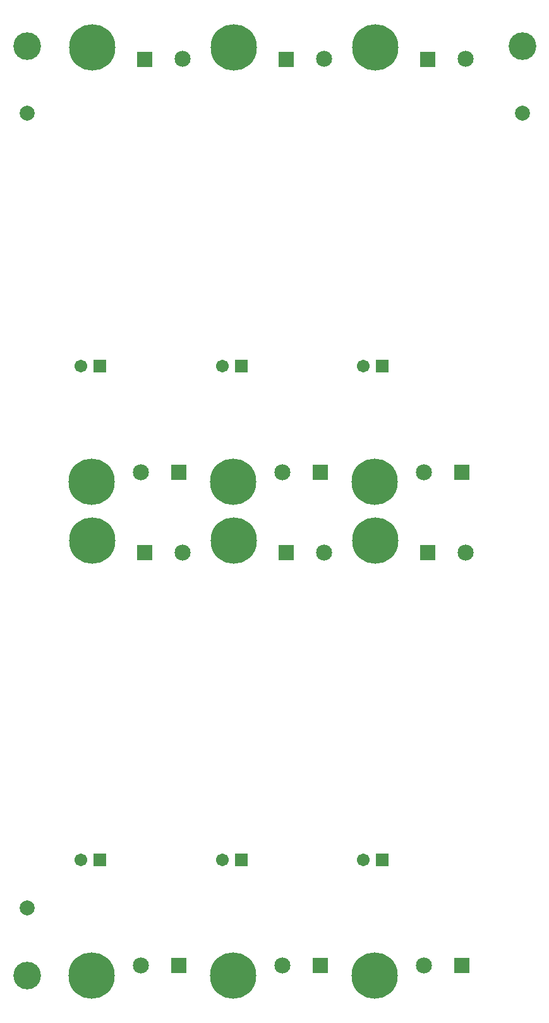
<source format=gbs>
G04*
G04 #@! TF.GenerationSoftware,Altium Limited,Altium Designer,18.1.9 (240)*
G04*
G04 Layer_Color=16711935*
%FSAX25Y25*%
%MOIN*%
G70*
G01*
G75*
%ADD32C,0.14567*%
%ADD47C,0.07874*%
%ADD61C,0.24422*%
%ADD62R,0.06706X0.06706*%
%ADD63C,0.06706*%
%ADD64R,0.08477X0.08477*%
%ADD65C,0.08477*%
D32*
X0524000Y0604000D02*
D03*
X0262500D02*
D03*
Y0114000D02*
D03*
D47*
X0524000Y0568567D02*
D03*
X0262500D02*
D03*
Y0149433D02*
D03*
D61*
X0297134Y0343134D02*
D03*
X0296779Y0113921D02*
D03*
X0371701Y0343134D02*
D03*
X0371346Y0113921D02*
D03*
X0446268Y0343134D02*
D03*
X0445913Y0113921D02*
D03*
X0297134Y0603283D02*
D03*
X0296779Y0374071D02*
D03*
X0371701Y0603283D02*
D03*
X0371346Y0374071D02*
D03*
X0446268Y0603283D02*
D03*
X0445913Y0374071D02*
D03*
D62*
X0300953Y0175024D02*
D03*
X0375520D02*
D03*
X0450087D02*
D03*
X0300953Y0435173D02*
D03*
X0375520D02*
D03*
X0450087D02*
D03*
D63*
X0290953Y0175024D02*
D03*
X0365520D02*
D03*
X0440087D02*
D03*
X0290953Y0435173D02*
D03*
X0365520D02*
D03*
X0440087D02*
D03*
D64*
X0342803Y0119158D02*
D03*
X0324732Y0336874D02*
D03*
X0417370Y0119158D02*
D03*
X0399299Y0336874D02*
D03*
X0491937Y0119158D02*
D03*
X0473866Y0336874D02*
D03*
X0342803Y0379307D02*
D03*
X0324732Y0597023D02*
D03*
X0417370Y0379307D02*
D03*
X0399299Y0597023D02*
D03*
X0491937Y0379307D02*
D03*
X0473866Y0597023D02*
D03*
D65*
X0322803Y0119118D02*
D03*
X0344732Y0336913D02*
D03*
X0397370Y0119118D02*
D03*
X0419299Y0336913D02*
D03*
X0471937Y0119118D02*
D03*
X0493866Y0336913D02*
D03*
X0322803Y0379267D02*
D03*
X0344732Y0597063D02*
D03*
X0397370Y0379267D02*
D03*
X0419299Y0597063D02*
D03*
X0471937Y0379267D02*
D03*
X0493866Y0597063D02*
D03*
M02*

</source>
